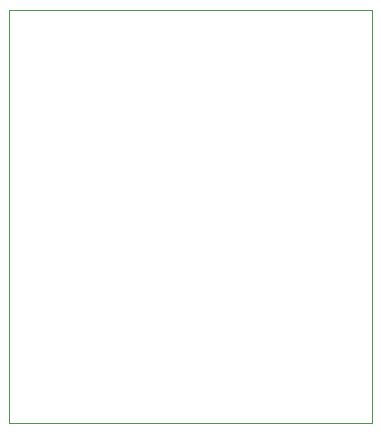
<source format=gbr>
%TF.GenerationSoftware,KiCad,Pcbnew,8.0.6*%
%TF.CreationDate,2024-11-21T01:25:50-08:00*%
%TF.ProjectId,LED20,4c454432-302e-46b6-9963-61645f706362,2*%
%TF.SameCoordinates,Original*%
%TF.FileFunction,Profile,NP*%
%FSLAX46Y46*%
G04 Gerber Fmt 4.6, Leading zero omitted, Abs format (unit mm)*
G04 Created by KiCad (PCBNEW 8.0.6) date 2024-11-21 01:25:50*
%MOMM*%
%LPD*%
G01*
G04 APERTURE LIST*
%TA.AperFunction,Profile*%
%ADD10C,0.050000*%
%TD*%
G04 APERTURE END LIST*
D10*
X131492415Y-63338382D02*
X162212322Y-63338382D01*
X162212322Y-98338382D01*
X131492415Y-98338382D01*
X131492415Y-63338382D01*
M02*

</source>
